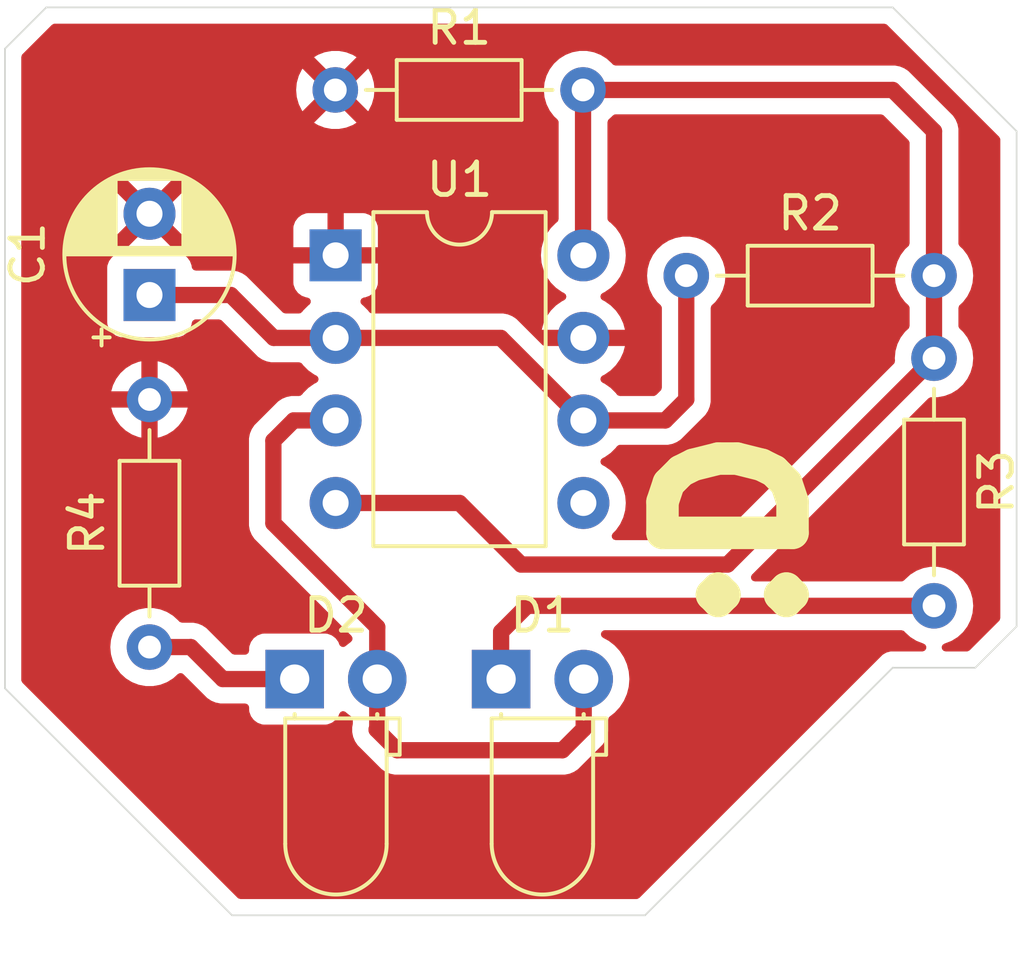
<source format=kicad_pcb>
(kicad_pcb (version 20240108) (generator "pcbnew") (generator_version "8.0")
  (layers (0 "F.Cu" signal) (31 "B.Cu" signal) (34 "B.Paste" user) (35 "F.Paste" user) (36 "B.SilkS" user "B.Silkscreen") (37 "F.SilkS" user "F.Silkscreen") (38 "B.Mask" user) (39 "F.Mask" user) (44 "Edge.Cuts" user))
  (net 0 "")
  (net 1 "/THR")
  (net 2 "GND")
  (net 3 "Net-(D1-K)")
  (net 4 "Net-(D1-A)")
  (net 5 "Net-(D2-K)")
  (net 6 "VCC")
  (footprint "Resistor_THT:R_Axial_DIN0204_L3.6mm_D1.6mm_P7.62mm_Horizontal" (layer "F.Cu") (at 17.78 42.545 90)
    (property "Reference" "R4" (at 3.81 -1.92 90) (layer "F.SilkS"))
    (property "Value" "220")
    (fp_line (start 5.73 -0.92) (end 1.89 -0.92) (stroke (width 0.12)) (layer "F.SilkS"))
    (fp_line (start 1.89 -0.92) (end 1.89 0.92) (stroke (width 0.12)) (layer "F.SilkS"))
    (fp_line (start 6.68 0) (end 5.73 0) (stroke (width 0.12)) (layer "F.SilkS"))
    (fp_line (start 0.94 0) (end 1.89 0) (stroke (width 0.12)) (layer "F.SilkS"))
    (fp_line (start 5.73 0.92) (end 5.73 -0.92) (stroke (width 0.12)) (layer "F.SilkS"))
    (fp_line (start 1.89 0.92) (end 5.73 0.92) (stroke (width 0.12)) (layer "F.SilkS"))
    (pad "1" thru_hole circle (at 0 0 90) (size 1.4 1.4) (drill 0.7) (layers "*.Cu" "*.Mask") (net 5 "Net-(D2-K)"))
    (pad "2" thru_hole oval (at 7.62 0 90) (size 1.4 1.4) (drill 0.7) (layers "*.Cu" "*.Mask") (net 2 "GND"))
  )
  (footprint "LED_THT:LED_D3.0mm_Horizontal_O1.27mm_Z10.0mm" (layer "F.Cu") (at 28.595 43.53)
    (property "Reference" "D1" (at 1.27 -1.96 360) (layer "F.SilkS"))
    (property "Value" "LED")
    (fp_line (start -0.29 1.21) (end -0.29 5.07) (stroke (width 0.12)) (layer "F.SilkS"))
    (fp_line (start -0.29 1.21) (end 2.83 1.21) (stroke (width 0.12)) (layer "F.SilkS"))
    (fp_line (start 0 1.08) (end 0 1.08) (stroke (width 0.12)) (layer "F.SilkS"))
    (fp_line (start 0 1.08) (end 0 1.21) (stroke (width 0.12)) (layer "F.SilkS"))
    (fp_line (start 0 1.21) (end 0 1.08) (stroke (width 0.12)) (layer "F.SilkS"))
    (fp_line (start 0 1.21) (end 0 1.21) (stroke (width 0.12)) (layer "F.SilkS"))
    (fp_line (start 2.54 1.08) (end 2.54 1.08) (stroke (width 0.12)) (layer "F.SilkS"))
    (fp_line (start 2.54 1.08) (end 2.54 1.21) (stroke (width 0.12)) (layer "F.SilkS"))
    (fp_line (start 2.54 1.21) (end 2.54 1.08) (stroke (width 0.12)) (layer "F.SilkS"))
    (fp_line (start 2.54 1.21) (end 2.54 1.21) (stroke (width 0.12)) (layer "F.SilkS"))
    (fp_line (start 2.83 1.21) (end 2.83 5.07) (stroke (width 0.12)) (layer "F.SilkS"))
    (fp_line (start 2.83 1.21) (end 3.23 1.21) (stroke (width 0.12)) (layer "F.SilkS"))
    (fp_line (start 2.83 2.33) (end 2.83 1.21) (stroke (width 0.12)) (layer "F.SilkS"))
    (fp_line (start 3.23 1.21) (end 3.23 2.33) (stroke (width 0.12)) (layer "F.SilkS"))
    (fp_line (start 3.23 2.33) (end 2.83 2.33) (stroke (width 0.12)) (layer "F.SilkS"))
    (fp_arc (start 2.83 5.07) (mid 1.27 6.63) (end -0.29 5.07) (stroke (width 0.12)) (layer "F.SilkS"))
    (pad "1" thru_hole rect (at 0 0) (size 1.8 1.8) (drill 0.9) (layers "*.Cu" "*.Mask") (net 3 "Net-(D1-K)"))
    (pad "2" thru_hole circle (at 2.54 0) (size 1.8 1.8) (drill 0.9) (layers "*.Cu" "*.Mask") (net 4 "Net-(D1-A)"))
  )
  (footprint "LED_THT:LED_D3.0mm_Horizontal_O1.27mm_Z10.0mm" (layer "F.Cu") (at 22.245 43.53)
    (property "Reference" "D2" (at 1.27 -1.96 0) (layer "F.SilkS"))
    (property "Value" "LED")
    (fp_line (start -0.29 1.21) (end -0.29 5.07) (stroke (width 0.12)) (layer "F.SilkS"))
    (fp_line (start -0.29 1.21) (end 2.83 1.21) (stroke (width 0.12)) (layer "F.SilkS"))
    (fp_line (start 0 1.08) (end 0 1.08) (stroke (width 0.12)) (layer "F.SilkS"))
    (fp_line (start 0 1.08) (end 0 1.21) (stroke (width 0.12)) (layer "F.SilkS"))
    (fp_line (start 0 1.21) (end 0 1.08) (stroke (width 0.12)) (layer "F.SilkS"))
    (fp_line (start 0 1.21) (end 0 1.21) (stroke (width 0.12)) (layer "F.SilkS"))
    (fp_line (start 2.54 1.08) (end 2.54 1.08) (stroke (width 0.12)) (layer "F.SilkS"))
    (fp_line (start 2.54 1.08) (end 2.54 1.21) (stroke (width 0.12)) (layer "F.SilkS"))
    (fp_line (start 2.54 1.21) (end 2.54 1.08) (stroke (width 0.12)) (layer "F.SilkS"))
    (fp_line (start 2.54 1.21) (end 2.54 1.21) (stroke (width 0.12)) (layer "F.SilkS"))
    (fp_line (start 2.83 1.21) (end 2.83 5.07) (stroke (width 0.12)) (layer "F.SilkS"))
    (fp_line (start 2.83 1.21) (end 3.23 1.21) (stroke (width 0.12)) (layer "F.SilkS"))
    (fp_line (start 2.83 2.33) (end 2.83 1.21) (stroke (width 0.12)) (layer "F.SilkS"))
    (fp_line (start 3.23 1.21) (end 3.23 2.33) (stroke (width 0.12)) (layer "F.SilkS"))
    (fp_line (start 3.23 2.33) (end 2.83 2.33) (stroke (width 0.12)) (layer "F.SilkS"))
    (fp_arc (start 2.83 5.07) (mid 1.27 6.63) (end -0.29 5.07) (stroke (width 0.12)) (layer "F.SilkS"))
    (pad "1" thru_hole rect (at 0 0) (size 1.8 1.8) (drill 0.9) (layers "*.Cu" "*.Mask") (net 5 "Net-(D2-K)"))
    (pad "2" thru_hole circle (at 2.54 0) (size 1.8 1.8) (drill 0.9) (layers "*.Cu" "*.Mask") (net 4 "Net-(D1-A)"))
  )
  (footprint "Package_DIP:DIP-8_W7.62mm" (layer "F.Cu") (at 23.505 30.49)
    (property "Reference" "U1" (at 3.81 -2.33 0) (layer "F.SilkS"))
    (property "Value" "NE555P")
    (fp_line (start 1.16 -1.33) (end 1.16 8.95) (stroke (width 0.12)) (layer "F.SilkS"))
    (fp_line (start 1.16 8.95) (end 6.46 8.95) (stroke (width 0.12)) (layer "F.SilkS"))
    (fp_line (start 2.81 -1.33) (end 1.16 -1.33) (stroke (width 0.12)) (layer "F.SilkS"))
    (fp_line (start 6.46 -1.33) (end 4.81 -1.33) (stroke (width 0.12)) (layer "F.SilkS"))
    (fp_line (start 6.46 8.95) (end 6.46 -1.33) (stroke (width 0.12)) (layer "F.SilkS"))
    (fp_arc (start 4.81 -1.33) (mid 3.81 -0.33) (end 2.81 -1.33) (stroke (width 0.12)) (layer "F.SilkS"))
    (pad "1" thru_hole rect (at 0 0) (size 1.6 1.6) (drill 0.8) (layers "*.Cu" "*.Mask") (net 2 "GND"))
    (pad "2" thru_hole oval (at 0 2.54) (size 1.6 1.6) (drill 0.8) (layers "*.Cu" "*.Mask") (net 1 "/THR"))
    (pad "3" thru_hole oval (at 0 5.08) (size 1.6 1.6) (drill 0.8) (layers "*.Cu" "*.Mask") (net 4 "Net-(D1-A)"))
    (pad "4" thru_hole oval (at 0 7.62) (size 1.6 1.6) (drill 0.8) (layers "*.Cu" "*.Mask") (net 6 "VCC"))
    (pad "5" thru_hole oval (at 7.62 7.62) (size 1.6 1.6) (drill 0.8) (layers "*.Cu" "*.Mask"))
    (pad "6" thru_hole oval (at 7.62 5.08) (size 1.6 1.6) (drill 0.8) (layers "*.Cu" "*.Mask") (net 1 "/THR"))
    (pad "7" thru_hole oval (at 7.62 2.54) (size 1.6 1.6) (drill 0.8) (layers "*.Cu" "*.Mask") (net 2 "GND"))
    (pad "8" thru_hole oval (at 7.62 0) (size 1.6 1.6) (drill 0.8) (layers "*.Cu" "*.Mask") (net 6 "VCC"))
  )
  (footprint "Resistor_THT:R_Axial_DIN0204_L3.6mm_D1.6mm_P7.62mm_Horizontal" (layer "F.Cu") (at 41.91 33.655 -90)
    (property "Reference" "R3" (at 3.81 -1.92 90) (layer "F.SilkS"))
    (property "Value" "470")
    (fp_line (start 1.89 0.92) (end 5.73 0.92) (stroke (width 0.12)) (layer "F.SilkS"))
    (fp_line (start 5.73 0.92) (end 5.73 -0.92) (stroke (width 0.12)) (layer "F.SilkS"))
    (fp_line (start 0.94 0) (end 1.89 0) (stroke (width 0.12)) (layer "F.SilkS"))
    (fp_line (start 6.68 0) (end 5.73 0) (stroke (width 0.12)) (layer "F.SilkS"))
    (fp_line (start 1.89 -0.92) (end 1.89 0.92) (stroke (width 0.12)) (layer "F.SilkS"))
    (fp_line (start 5.73 -0.92) (end 1.89 -0.92) (stroke (width 0.12)) (layer "F.SilkS"))
    (pad "1" thru_hole circle (at 0 0 270) (size 1.4 1.4) (drill 0.7) (layers "*.Cu" "*.Mask") (net 6 "VCC"))
    (pad "2" thru_hole oval (at 7.62 0 270) (size 1.4 1.4) (drill 0.7) (layers "*.Cu" "*.Mask") (net 3 "Net-(D1-K)"))
  )
  (footprint "Capacitor_THT:CP_Radial_D5.0mm_P2.50mm" (layer "F.Cu") (at 17.78 31.71 90)
    (property "Reference" "C1" (at 1.25 -3.75 90) (layer "F.SilkS"))
    (property "Value" "10uF")
    (fp_line (start 1.29 -2.58) (end 1.29 2.58) (stroke (width 0.12)) (layer "F.SilkS"))
    (fp_line (start 1.25 -2.58) (end 1.25 2.58) (stroke (width 0.12)) (layer "F.SilkS"))
    (fp_line (start 1.33 -2.579) (end 1.33 2.579) (stroke (width 0.12)) (layer "F.SilkS"))
    (fp_line (start 1.37 -2.578) (end 1.37 2.578) (stroke (width 0.12)) (layer "F.SilkS"))
    (fp_line (start 1.41 -2.576) (end 1.41 2.576) (stroke (width 0.12)) (layer "F.SilkS"))
    (fp_line (start 1.45 -2.573) (end 1.45 2.573) (stroke (width 0.12)) (layer "F.SilkS"))
    (fp_line (start 1.49 -2.569) (end 1.49 -1.04) (stroke (width 0.12)) (layer "F.SilkS"))
    (fp_line (start 1.53 -2.565) (end 1.53 -1.04) (stroke (width 0.12)) (layer "F.SilkS"))
    (fp_line (start 1.57 -2.561) (end 1.57 -1.04) (stroke (width 0.12)) (layer "F.SilkS"))
    (fp_line (start 1.61 -2.556) (end 1.61 -1.04) (stroke (width 0.12)) (layer "F.SilkS"))
    (fp_line (start 1.65 -2.55) (end 1.65 -1.04) (stroke (width 0.12)) (layer "F.SilkS"))
    (fp_line (start 1.69 -2.543) (end 1.69 -1.04) (stroke (width 0.12)) (layer "F.SilkS"))
    (fp_line (start 1.73 -2.536) (end 1.73 -1.04) (stroke (width 0.12)) (layer "F.SilkS"))
    (fp_line (start 1.77 -2.528) (end 1.77 -1.04) (stroke (width 0.12)) (layer "F.SilkS"))
    (fp_line (start 1.81 -2.52) (end 1.81 -1.04) (stroke (width 0.12)) (layer "F.SilkS"))
    (fp_line (start 1.85 -2.511) (end 1.85 -1.04) (stroke (width 0.12)) (layer "F.SilkS"))
    (fp_line (start 1.89 -2.501) (end 1.89 -1.04) (stroke (width 0.12)) (layer "F.SilkS"))
    (fp_line (start 1.93 -2.491) (end 1.93 -1.04) (stroke (width 0.12)) (layer "F.SilkS"))
    (fp_line (start 1.971 -2.48) (end 1.971 -1.04) (stroke (width 0.12)) (layer "F.SilkS"))
    (fp_line (start 2.011 -2.468) (end 2.011 -1.04) (stroke (width 0.12)) (layer "F.SilkS"))
    (fp_line (start 2.051 -2.455) (end 2.051 -1.04) (stroke (width 0.12)) (layer "F.SilkS"))
    (fp_line (start 2.091 -2.442) (end 2.091 -1.04) (stroke (width 0.12)) (layer "F.SilkS"))
    (fp_line (start 2.131 -2.428) (end 2.131 -1.04) (stroke (width 0.12)) (layer "F.SilkS"))
    (fp_line (start 2.171 -2.414) (end 2.171 -1.04) (stroke (width 0.12)) (layer "F.SilkS"))
    (fp_line (start 2.211 -2.398) (end 2.211 -1.04) (stroke (width 0.12)) (layer "F.SilkS"))
    (fp_line (start 2.251 -2.382) (end 2.251 -1.04) (stroke (width 0.12)) (layer "F.SilkS"))
    (fp_line (start 2.291 -2.365) (end 2.291 -1.04) (stroke (width 0.12)) (layer "F.SilkS"))
    (fp_line (start 2.331 -2.348) (end 2.331 -1.04) (stroke (width 0.12)) (layer "F.SilkS"))
    (fp_line (start 2.371 -2.329) (end 2.371 -1.04) (stroke (width 0.12)) (layer "F.SilkS"))
    (fp_line (start 2.411 -2.31) (end 2.411 -1.04) (stroke (width 0.12)) (layer "F.SilkS"))
    (fp_line (start 2.451 -2.29) (end 2.451 -1.04) (stroke (width 0.12)) (layer "F.SilkS"))
    (fp_line (start 2.491 -2.268) (end 2.491 -1.04) (stroke (width 0.12)) (layer "F.SilkS"))
    (fp_line (start 2.531 -2.247) (end 2.531 -1.04) (stroke (width 0.12)) (layer "F.SilkS"))
    (fp_line (start 2.571 -2.224) (end 2.571 -1.04) (stroke (width 0.12)) (layer "F.SilkS"))
    (fp_line (start 2.611 -2.2) (end 2.611 -1.04) (stroke (width 0.12)) (layer "F.SilkS"))
    (fp_line (start 2.651 -2.175) (end 2.651 -1.04) (stroke (width 0.12)) (layer "F.SilkS"))
    (fp_line (start 2.691 -2.149) (end 2.691 -1.04) (stroke (width 0.12)) (layer "F.SilkS"))
    (fp_line (start 2.731 -2.122) (end 2.731 -1.04) (stroke (width 0.12)) (layer "F.SilkS"))
    (fp_line (start 2.771 -2.095) (end 2.771 -1.04) (stroke (width 0.12)) (layer "F.SilkS"))
    (fp_line (start 2.811 -2.065) (end 2.811 -1.04) (stroke (width 0.12)) (layer "F.SilkS"))
    (fp_line (start 2.851 -2.035) (end 2.851 -1.04) (stroke (width 0.12)) (layer "F.SilkS"))
    (fp_line (start 2.891 -2.004) (end 2.891 -1.04) (stroke (width 0.12)) (layer "F.SilkS"))
    (fp_line (start 2.931 -1.971) (end 2.931 -1.04) (stroke (width 0.12)) (layer "F.SilkS"))
    (fp_line (start 2.971 -1.937) (end 2.971 -1.04) (stroke (width 0.12)) (layer "F.SilkS"))
    (fp_line (start 3.011 -1.901) (end 3.011 -1.04) (stroke (width 0.12)) (layer "F.SilkS"))
    (fp_line (start 3.051 -1.864) (end 3.051 -1.04) (stroke (width 0.12)) (layer "F.SilkS"))
    (fp_line (start 3.091 -1.826) (end 3.091 -1.04) (stroke (width 0.12)) (layer "F.SilkS"))
    (fp_line (start 3.131 -1.785) (end 3.131 -1.04) (stroke (width 0.12)) (layer "F.SilkS"))
    (fp_line (start 3.171 -1.743) (end 3.171 -1.04) (stroke (width 0.12)) (layer "F.SilkS"))
    (fp_line (start -1.304775 -1.725) (end -1.304775 -1.225) (stroke (width 0.12)) (layer "F.SilkS"))
    (fp_line (start 3.211 -1.699) (end 3.211 -1.04) (stroke (width 0.12)) (layer "F.SilkS"))
    (fp_line (start 3.251 -1.653) (end 3.251 -1.04) (stroke (width 0.12)) (layer "F.SilkS"))
    (fp_line (start 3.291 -1.605) (end 3.291 -1.04) (stroke (width 0.12)) (layer "F.SilkS"))
    (fp_line (start 3.331 -1.554) (end 3.331 -1.04) (stroke (width 0.12)) (layer "F.SilkS"))
    (fp_line (start 3.371 -1.5) (end 3.371 -1.04) (stroke (width 0.12)) (layer "F.SilkS"))
    (fp_line (start -1.554775 -1.475) (end -1.054775 -1.475) (stroke (width 0.12)) (layer "F.SilkS"))
    (fp_line (start 3.411 -1.443) (end 3.411 -1.04) (stroke (width 0.12)) (layer "F.SilkS"))
    (fp_line (start 3.451 -1.383) (end 3.451 -1.04) (stroke (width 0.12)) (layer "F.SilkS"))
    (fp_line (start 3.491 -1.319) (end 3.491 -1.04) (stroke (width 0.12)) (layer "F.SilkS"))
    (fp_line (start 3.531 -1.251) (end 3.531 -1.04) (stroke (width 0.12)) (layer "F.SilkS"))
    (fp_line (start 3.571 -1.178) (end 3.571 1.178) (stroke (width 0.12)) (layer "F.SilkS"))
    (fp_line (start 3.611 -1.098) (end 3.611 1.098) (stroke (width 0.12)) (layer "F.SilkS"))
    (fp_line (start 3.651 -1.011) (end 3.651 1.011) (stroke (width 0.12)) (layer "F.SilkS"))
    (fp_line (start 3.691 -0.915) (end 3.691 0.915) (stroke (width 0.12)) (layer "F.SilkS"))
    (fp_line (start 3.731 -0.805) (end 3.731 0.805) (stroke (width 0.12)) (layer "F.SilkS"))
    (fp_line (start 3.771 -0.677) (end 3.771 0.677) (stroke (width 0.12)) (layer "F.SilkS"))
    (fp_line (start 3.811 -0.518) (end 3.811 0.518) (stroke (width 0.12)) (layer "F.SilkS"))
    (fp_line (start 3.851 -0.284) (end 3.851 0.284) (stroke (width 0.12)) (layer "F.SilkS"))
    (fp_line (start 3.531 1.04) (end 3.531 1.251) (stroke (width 0.12)) (layer "F.SilkS"))
    (fp_line (start 3.491 1.04) (end 3.491 1.319) (stroke (width 0.12)) (layer "F.SilkS"))
    (fp_line (start 3.451 1.04) (end 3.451 1.383) (stroke (width 0.12)) (layer "F.SilkS"))
    (fp_line (start 3.411 1.04) (end 3.411 1.443) (stroke (width 0.12)) (layer "F.SilkS"))
    (fp_line (start 3.371 1.04) (end 3.371 1.5) (stroke (width 0.12)) (layer "F.SilkS"))
    (fp_line (start 3.331 1.04) (end 3.331 1.554) (stroke (width 0.12)) (layer "F.SilkS"))
    (fp_line (start 3.291 1.04) (end 3.291 1.605) (stroke (width 0.12)) (layer "F.SilkS"))
    (fp_line (start 3.251 1.04) (end 3.251 1.653) (stroke (width 0.12)) (layer "F.SilkS"))
    (fp_line (start 3.211 1.04) (end 3.211 1.699) (stroke (width 0.12)) (layer "F.SilkS"))
    (fp_line (start 3.171 1.04) (end 3.171 1.743) (stroke (width 0.12)) (layer "F.SilkS"))
    (fp_line (start 3.131 1.04) (end 3.131 1.785) (stroke (width 0.12)) (layer "F.SilkS"))
    (fp_line (start 3.091 1.04) (end 3.091 1.826) (stroke (width 0.12)) (layer "F.SilkS"))
    (fp_line (start 3.051 1.04) (end 3.051 1.864) (stroke (width 0.12)) (layer "F.SilkS"))
    (fp_line (start 3.011 1.04) (end 3.011 1.901) (stroke (width 0.12)) (layer "F.SilkS"))
    (fp_line (start 2.971 1.04) (end 2.971 1.937) (stroke (width 0.12)) (layer "F.SilkS"))
    (fp_line (start 2.931 1.04) (end 2.931 1.971) (stroke (width 0.12)) (layer "F.SilkS"))
    (fp_line (start 2.891 1.04) (end 2.891 2.004) (stroke (width 0.12)) (layer "F.SilkS"))
    (fp_line (start 2.851 1.04) (end 2.851 2.035) (stroke (width 0.12)) (layer "F.SilkS"))
    (fp_line (start 2.811 1.04) (end 2.811 2.065) (stroke (width 0.12)) (layer "F.SilkS"))
    (fp_line (start 2.771 1.04) (end 2.771 2.095) (stroke (width 0.12)) (layer "F.SilkS"))
    (fp_line (start 2.731 1.04) (end 2.731 2.122) (stroke (width 0.12)) (layer "F.SilkS"))
    (fp_line (start 2.691 1.04) (end 2.691 2.149) (stroke (width 0.12)) (layer "F.SilkS"))
    (fp_line (start 2.651 1.04) (end 2.651 2.175) (stroke (width 0.12)) (layer "F.SilkS"))
    (fp_line (start 2.611 1.04) (end 2.611 2.2) (stroke (width 0.12)) (layer "F.SilkS"))
    (fp_line (start 2.571 1.04) (end 2.571 2.224) (stroke (width 0.12)) (layer "F.SilkS"))
    (fp_line (start 2.531 1.04) (end 2.531 2.247) (stroke (width 0.12)) (layer "F.SilkS"))
    (fp_line (start 2.491 1.04) (end 2.491 2.268) (stroke (width 0.12)) (layer "F.SilkS"))
    (fp_line (start 2.451 1.04) (end 2.451 2.29) (stroke (width 0.12)) (layer "F.SilkS"))
    (fp_line (start 2.411 1.04) (end 2.411 2.31) (stroke (width 0.12)) (layer "F.SilkS"))
    (fp_line (start 2.371 1.04) (end 2.371 2.329) (stroke (width 0.12)) (layer "F.SilkS"))
    (fp_line (start 2.331 1.04) (end 2.331 2.348) (stroke (width 0.12)) (layer "F.SilkS"))
    (fp_line (start 2.291 1.04) (end 2.291 2.365) (stroke (width 0.12)) (layer "F.SilkS"))
    (fp_line (start 2.251 1.04) (end 2.251 2.382) (stroke (width 0.12)) (layer "F.SilkS"))
    (fp_line (start 2.211 1.04) (end 2.211 2.398) (stroke (width 0.12)) (layer "F.SilkS"))
    (fp_line (start 2.171 1.04) (end 2.171 2.414) (stroke (width 0.12)) (layer "F.SilkS"))
    (fp_line (start 2.131 1.04) (end 2.131 2.428) (stroke (width 0.12)) (layer "F.SilkS"))
    (fp_line (start 2.091 1.04) (end 2.091 2.442) (stroke (width 0.12)) (layer "F.SilkS"))
    (fp_line (start 2.051 1.04) (end 2.051 2.455) (stroke (width 0.12)) (layer "F.SilkS"))
    (fp_line (start 2.011 1.04) (end 2.011 2.468) (stroke (width 0.12)) (layer "F.SilkS"))
    (fp_line (start 1.971 1.04) (end 1.971 2.48) (stroke (width 0.12)) (layer "F.SilkS"))
    (fp_line (start 1.93 1.04) (end 1.93 2.491) (stroke (width 0.12)) (layer "F.SilkS"))
    (fp_line (start 1.89 1.04) (end 1.89 2.501) (stroke (width 0.12)) (layer "F.SilkS"))
    (fp_line (start 1.85 1.04) (end 1.85 2.511) (stroke (width 0.12)) (layer "F.SilkS"))
    (fp_line (start 1.81 1.04) (end 1.81 2.52) (stroke (width 0.12)) (layer "F.SilkS"))
    (fp_line (start 1.77 1.04) (end 1.77 2.528) (stroke (width 0.12)) (layer "F.SilkS"))
    (fp_line (start 1.73 1.04) (end 1.73 2.536) (stroke (width 0.12)) (layer "F.SilkS"))
    (fp_line (start 1.69 1.04) (end 1.69 2.543) (stroke (width 0.12)) (layer "F.SilkS"))
    (fp_line (start 1.65 1.04) (end 1.65 2.55) (stroke (width 0.12)) (layer "F.SilkS"))
    (fp_line (start 1.61 1.04) (end 1.61 2.556) (stroke (width 0.12)) (layer "F.SilkS"))
    (fp_line (start 1.57 1.04) (end 1.57 2.561) (stroke (width 0.12)) (layer "F.SilkS"))
    (fp_line (start 1.53 1.04) (end 1.53 2.565) (stroke (width 0.12)) (layer "F.SilkS"))
    (fp_line (start 1.49 1.04) (end 1.49 2.569) (stroke (width 0.12)) (layer "F.SilkS"))
    (fp_circle (center 1.25 0) (end 3.87 0) (stroke (width 0.12)) (fill none) (layer "F.SilkS"))
    (pad "1" thru_hole rect (at 0 0 90) (size 1.6 1.6) (drill 0.8) (layers "*.Cu" "*.Mask") (net 1 "/THR"))
    (pad "2" thru_hole circle (at 2.5 0 90) (size 1.6 1.6) (drill 0.8) (layers "*.Cu" "*.Mask") (net 2 "GND"))
  )
  (footprint "Resistor_THT:R_Axial_DIN0204_L3.6mm_D1.6mm_P7.62mm_Horizontal" (layer "F.Cu") (at 23.495 25.4)
    (property "Reference" "R1" (at 3.81 -1.92 0) (layer "F.SilkS"))
    (property "Value" "1k")
    (fp_line (start 0.94 0) (end 1.89 0) (stroke (width 0.12)) (layer "F.SilkS"))
    (fp_line (start 1.89 -0.92) (end 1.89 0.92) (stroke (width 0.12)) (layer "F.SilkS"))
    (fp_line (start 1.89 0.92) (end 5.73 0.92) (stroke (width 0.12)) (layer "F.SilkS"))
    (fp_line (start 5.73 -0.92) (end 1.89 -0.92) (stroke (width 0.12)) (layer "F.SilkS"))
    (fp_line (start 5.73 0.92) (end 5.73 -0.92) (stroke (width 0.12)) (layer "F.SilkS"))
    (fp_line (start 6.68 0) (end 5.73 0) (stroke (width 0.12)) (layer "F.SilkS"))
    (pad "1" thru_hole circle (at 0 0) (size 1.4 1.4) (drill 0.7) (layers "*.Cu" "*.Mask") (net 2 "GND"))
    (pad "2" thru_hole oval (at 7.62 0) (size 1.4 1.4) (drill 0.7) (layers "*.Cu" "*.Mask") (net 6 "VCC"))
  )
  (footprint "Resistor_THT:R_Axial_DIN0204_L3.6mm_D1.6mm_P7.62mm_Horizontal" (layer "F.Cu") (at 34.29 31.115)
    (property "Reference" "R2" (at 3.81 -1.92 0) (layer "F.SilkS"))
    (property "Value" "50k")
    (fp_line (start 0.94 0) (end 1.89 0) (stroke (width 0.12)) (layer "F.SilkS"))
    (fp_line (start 1.89 -0.92) (end 1.89 0.92) (stroke (width 0.12)) (layer "F.SilkS"))
    (fp_line (start 1.89 0.92) (end 5.73 0.92) (stroke (width 0.12)) (layer "F.SilkS"))
    (fp_line (start 5.73 -0.92) (end 1.89 -0.92) (stroke (width 0.12)) (layer "F.SilkS"))
    (fp_line (start 5.73 0.92) (end 5.73 -0.92) (stroke (width 0.12)) (layer "F.SilkS"))
    (fp_line (start 6.68 0) (end 5.73 0) (stroke (width 0.12)) (layer "F.SilkS"))
    (pad "1" thru_hole circle (at 0 0) (size 1.4 1.4) (drill 0.7) (layers "*.Cu" "*.Mask") (net 1 "/THR"))
    (pad "2" thru_hole oval (at 7.62 0) (size 1.4 1.4) (drill 0.7) (layers "*.Cu" "*.Mask") (net 6 "VCC"))
  )
  (gr_line (start 40.64 22.86) (end 14.605 22.86) (stroke (width 0.05)) (layer "Edge.Cuts"))
  (gr_line (start 33.02 50.8) (end 40.64 43.18) (stroke (width 0.05)) (layer "Edge.Cuts"))
  (gr_line (start 40.64 43.18) (end 43.18 43.18) (stroke (width 0.05)) (layer "Edge.Cuts"))
  (gr_line (start 20.32 50.8) (end 33.02 50.8) (stroke (width 0.05)) (layer "Edge.Cuts"))
  (gr_line (start 41.91 24.13) (end 40.64 22.86) (stroke (width 0.05)) (layer "Edge.Cuts"))
  (gr_line (start 13.335 43.815) (end 20.32 50.8) (stroke (width 0.05)) (layer "Edge.Cuts"))
  (gr_line (start 14.605 22.86) (end 13.335 24.13) (stroke (width 0.05)) (layer "Edge.Cuts"))
  (gr_line (start 44.45 26.67) (end 41.91 24.13) (stroke (width 0.05)) (layer "Edge.Cuts"))
  (gr_line (start 43.18 43.18) (end 44.45 41.91) (stroke (width 0.05)) (layer "Edge.Cuts"))
  (gr_line (start 13.335 24.13) (end 13.335 43.815) (stroke (width 0.05)) (layer "Edge.Cuts"))
  (gr_line (start 44.45 41.91) (end 44.45 26.67) (stroke (width 0.05)) (layer "Edge.Cuts"))
  (gr_text ":D" (at 38.1 42.545 90) (layer "F.SilkS") (effects (font (size 4 4) (thickness 1) (bold yes)) (justify left bottom)))
  (segment (start 28.585 33.03) (end 23.505 33.03) (width 0.5) (layer "F.Cu") (net 1))
  (segment (start 17.78 31.71) (end 20.28 31.71) (width 0.5) (layer "F.Cu") (net 1))
  (segment (start 31.125 35.57) (end 28.585 33.03) (width 0.5) (layer "F.Cu") (net 1))
  (segment (start 33.645 35.57) (end 31.125 35.57) (width 0.5) (layer "F.Cu") (net 1))
  (segment (start 31.135 35.56) (end 31.125 35.57) (width 0.5) (layer "F.Cu") (net 1))
  (segment (start 21.6 33.03) (end 23.505 33.03) (width 0.5) (layer "F.Cu") (net 1))
  (segment (start 20.28 31.71) (end 21.6 33.03) (width 0.5) (layer "F.Cu") (net 1))
  (segment (start 34.29 34.925) (end 33.645 35.57) (width 0.5) (layer "F.Cu") (net 1))
  (segment (start 34.29 31.115) (end 34.29 34.925) (width 0.5) (layer "F.Cu") (net 1))
  (segment (start 28.595 42.075) (end 29.395 41.275) (width 0.5) (layer "F.Cu") (net 3))
  (segment (start 29.395 41.275) (end 41.91 41.275) (width 0.5) (layer "F.Cu") (net 3))
  (segment (start 28.595 43.53) (end 28.595 42.075) (width 0.5) (layer "F.Cu") (net 3))
  (segment (start 30.48 45.72) (end 25.4 45.72) (width 0.5) (layer "F.Cu") (net 4))
  (segment (start 21.59 36.195) (end 22.215 35.57) (width 0.5) (layer "F.Cu") (net 4))
  (segment (start 22.215 35.57) (end 23.505 35.57) (width 0.5) (layer "F.Cu") (net 4))
  (segment (start 24.785 41.93) (end 21.59 38.735) (width 0.5) (layer "F.Cu") (net 4))
  (segment (start 24.785 45.065) (end 24.785 43.53) (width 0.5) (layer "F.Cu") (net 4))
  (segment (start 24.765 45.085) (end 24.785 45.065) (width 0.5) (layer "F.Cu") (net 4))
  (segment (start 31.135 43.53) (end 31.135 45.065) (width 0.5) (layer "F.Cu") (net 4))
  (segment (start 25.4 45.72) (end 24.765 45.085) (width 0.5) (layer "F.Cu") (net 4))
  (segment (start 21.59 38.735) (end 21.59 36.195) (width 0.5) (layer "F.Cu") (net 4))
  (segment (start 24.785 43.53) (end 24.785 41.93) (width 0.5) (layer "F.Cu") (net 4))
  (segment (start 31.135 45.065) (end 30.48 45.72) (width 0.5) (layer "F.Cu") (net 4))
  (segment (start 22.245 43.53) (end 20.035 43.53) (width 0.5) (layer "F.Cu") (net 5))
  (segment (start 20.035 43.53) (end 19.05 42.545) (width 0.5) (layer "F.Cu") (net 5))
  (segment (start 19.05 42.545) (end 17.78 42.545) (width 0.5) (layer "F.Cu") (net 5))
  (segment (start 31.115 25.4) (end 40.64 25.4) (width 0.5) (layer "F.Cu") (net 6))
  (segment (start 27.315 38.11) (end 23.505 38.11) (width 0.5) (layer "F.Cu") (net 6))
  (segment (start 23.515 38.1) (end 23.505 38.11) (width 0.5) (layer "F.Cu") (net 6))
  (segment (start 41.91 31.115) (end 41.91 33.655) (width 0.5) (layer "F.Cu") (net 6))
  (segment (start 41.91 26.67) (end 41.91 31.115) (width 0.5) (layer "F.Cu") (net 6))
  (segment (start 40.64 25.4) (end 41.91 26.67) (width 0.5) (layer "F.Cu") (net 6))
  (segment (start 41.91 33.655) (end 35.56 40.005) (width 0.5) (layer "F.Cu") (net 6))
  (segment (start 29.21 40.005) (end 27.315 38.11) (width 0.5) (layer "F.Cu") (net 6))
  (segment (start 31.115 25.4) (end 31.115 30.48) (width 0.5) (layer "F.Cu") (net 6))
  (segment (start 35.56 40.005) (end 29.21 40.005) (width 0.5) (layer "F.Cu") (net 6))
  (segment (start 31.115 30.48) (end 31.125 30.49) (width 0.5) (layer "F.Cu") (net 6))
  (zone (net 2) (net_name "GND") (layer "F.Cu") (connect_pads (clearance 0.5)) (min_thickness 0.25) (fill yes (thermal_gap 0.5) (thermal_bridge_width 0.5))
    (polygon (pts (xy 14.605 22.86) (xy 13.335 24.13) (xy 13.335 43.815) (xy 20.32 50.8) (xy 33.02 50.8) (xy 40.64 43.18) (xy 43.18 43.18) (xy 44.45 41.91) (xy 44.45 26.67) (xy 40.64 22.86)))
  )
)
</source>
